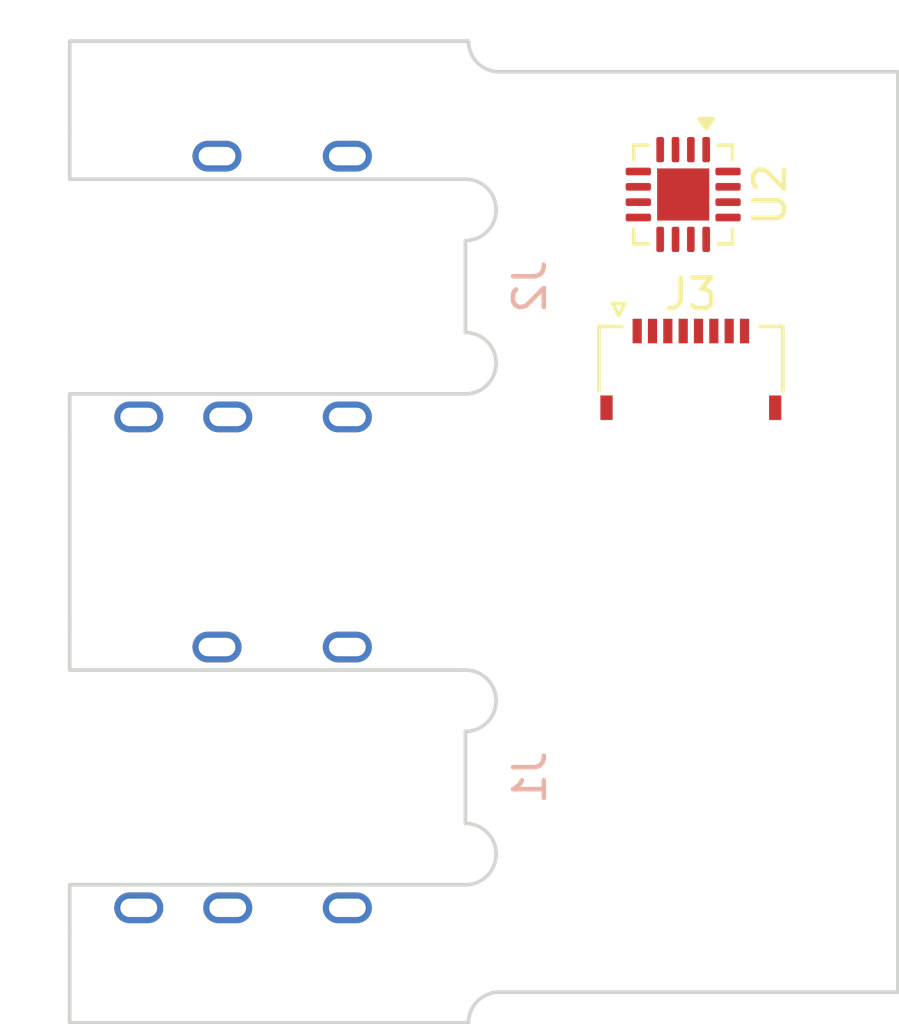
<source format=kicad_pcb>
(kicad_pcb (version 20241229) (generator "pcbnew") (generator_version "9.0")
  (layers (0 "F.Cu" signal) (2 "B.Cu" signal) (13 "F.Paste" user) (15 "B.Paste" user) (5 "F.SilkS" user "F.Silkscreen") (7 "B.SilkS" user "B.Silkscreen") (1 "F.Mask" user) (3 "B.Mask" user) (25 "Edge.Cuts" user))
  (net 0 "")
  (net 1 "Net-(J1-Pad2)")
  (net 2 "GND")
  (net 3 "Net-(J1-Pad3)")
  (net 4 "+5V")
  (net 7 "+3.3V")
  (net 8 "/LCD_RS")
  (net 10 "/LCD_SDA")
  (net 11 "/LCD_CS")
  (net 12 "/LCD_SCL")
  (net 13 "/LCD_RES")
  (footprint "USER:TE_2328702-8_1x08-1MP_P0.5mm_Horizontal" (layer "F.Cu") (at 120.25 91.5)
    (property "Reference" "J3" (at 0 -4.25 0) (layer "F.SilkS"))
    (property "Value" "2328702-8")
    (fp_line (start -3 -3.2) (end -2.25 -3.2) (stroke (width 0.12)) (layer "F.SilkS"))
    (fp_line (start -3 -1.1) (end -3 -3.2) (stroke (width 0.12)) (layer "F.SilkS"))
    (fp_line (start -2.55 -3.95) (end -2.35 -3.55) (stroke (width 0.12)) (layer "F.SilkS"))
    (fp_line (start -2.35 -3.55) (end -2.15 -3.95) (stroke (width 0.12)) (layer "F.SilkS"))
    (fp_line (start -2.15 -3.95) (end -2.55 -3.95) (stroke (width 0.12)) (layer "F.SilkS"))
    (fp_line (start 2.25 -3.2) (end 3 -3.2) (stroke (width 0.12)) (layer "F.SilkS"))
    (fp_line (start 3 -1.1) (end 3 -3.2) (stroke (width 0.12)) (layer "F.SilkS"))
    (pad "1" smd rect (at -1.75 -3.05) (size 0.3 0.8) (layers "F.Cu" "F.Mask" "F.Paste"))
    (pad "2" smd rect (at -1.25 -3.05) (size 0.3 0.8) (layers "F.Cu" "F.Mask" "F.Paste") (net 2 "GND"))
    (pad "3" smd rect (at -0.75 -3.05) (size 0.3 0.8) (layers "F.Cu" "F.Mask" "F.Paste") (net 13 "/LCD_RES"))
    (pad "4" smd rect (at -0.25 -3.05) (size 0.3 0.8) (layers "F.Cu" "F.Mask" "F.Paste") (net 8 "/LCD_RS"))
    (pad "5" smd rect (at 0.25 -3.05) (size 0.3 0.8) (layers "F.Cu" "F.Mask" "F.Paste") (net 12 "/LCD_SCL"))
    (pad "6" smd rect (at 0.75 -3.05) (size 0.3 0.8) (layers "F.Cu" "F.Mask" "F.Paste") (net 10 "/LCD_SDA"))
    (pad "7" smd rect (at 1.25 -3.05) (size 0.3 0.8) (layers "F.Cu" "F.Mask" "F.Paste") (net 7 "+3.3V"))
    (pad "8" smd rect (at 1.75 -3.05) (size 0.3 0.8) (layers "F.Cu" "F.Mask" "F.Paste") (net 11 "/LCD_CS"))
    (pad "MP" smd rect (at -2.75 -0.55) (size 0.4 0.8) (layers "F.Cu" "F.Mask" "F.Paste") (net 2 "GND"))
    (pad "MP" smd rect (at 2.75 -0.55) (size 0.4 0.8) (layers "F.Cu" "F.Mask" "F.Paste") (net 2 "GND"))
  )
  (footprint "Package_DFN_QFN:QFN-16-1EP_3x3mm_P0.5mm_EP1.7x1.7mm" (layer "F.Cu") (at 120 84 -90)
    (property "Reference" "U2" (at 0 -2.83 90) (layer "F.SilkS"))
    (property "Value" "PY32F002AW15U")
    (fp_line (start -1.61 1.61) (end -1.61 1.135) (stroke (width 0.12)) (layer "F.SilkS"))
    (fp_line (start -1.135 1.61) (end -1.61 1.61) (stroke (width 0.12)) (layer "F.SilkS"))
    (fp_line (start 1.61 1.61) (end 1.135 1.61) (stroke (width 0.12)) (layer "F.SilkS"))
    (fp_line (start 1.61 1.135) (end 1.61 1.61) (stroke (width 0.12)) (layer "F.SilkS"))
    (fp_line (start -1.61 -1.135) (end -1.61 -1.61) (stroke (width 0.12)) (layer "F.SilkS"))
    (fp_line (start -1.61 -1.61) (end -1.135 -1.61) (stroke (width 0.12)) (layer "F.SilkS"))
    (fp_line (start 1.135 -1.61) (end 1.61 -1.61) (stroke (width 0.12)) (layer "F.SilkS"))
    (fp_line (start 1.61 -1.61) (end 1.61 -1.135) (stroke (width 0.12)) (layer "F.SilkS"))
    (fp_poly (pts (xy -2.14 -0.75) (xy -2.47 -0.51) (xy -2.47 -0.99)) (stroke (width 0.12)) (fill yes) (layer "F.SilkS"))
    (pad "1" smd roundrect (at -1.4625 -0.75 270) (size 0.825 0.25) (layers "F.Cu" "F.Mask" "F.Paste"))
    (pad "2" smd roundrect (at -1.4625 -0.25 270) (size 0.825 0.25) (layers "F.Cu" "F.Mask" "F.Paste"))
    (pad "3" smd roundrect (at -1.4625 0.25 270) (size 0.825 0.25) (layers "F.Cu" "F.Mask" "F.Paste"))
    (pad "4" smd roundrect (at -1.4625 0.75 270) (size 0.825 0.25) (layers "F.Cu" "F.Mask" "F.Paste"))
    (pad "5" smd roundrect (at -0.75 1.4625 270) (size 0.25 0.825) (layers "F.Cu" "F.Mask" "F.Paste"))
    (pad "6" smd roundrect (at -0.25 1.4625 270) (size 0.25 0.825) (layers "F.Cu" "F.Mask" "F.Paste"))
    (pad "7" smd roundrect (at 0.25 1.4625 270) (size 0.25 0.825) (layers "F.Cu" "F.Mask" "F.Paste"))
    (pad "8" smd roundrect (at 0.75 1.4625 270) (size 0.25 0.825) (layers "F.Cu" "F.Mask" "F.Paste"))
    (pad "9" smd roundrect (at 1.4625 0.75 270) (size 0.825 0.25) (layers "F.Cu" "F.Mask" "F.Paste"))
    (pad "10" smd roundrect (at 1.4625 0.25 270) (size 0.825 0.25) (layers "F.Cu" "F.Mask" "F.Paste") (net 11 "/LCD_CS"))
    (pad "11" smd roundrect (at 1.4625 -0.25 270) (size 0.825 0.25) (layers "F.Cu" "F.Mask" "F.Paste") (net 12 "/LCD_SCL"))
    (pad "12" smd roundrect (at 1.4625 -0.75 270) (size 0.825 0.25) (layers "F.Cu" "F.Mask" "F.Paste") (net 13 "/LCD_RES"))
    (pad "13" smd roundrect (at 0.75 -1.4625 270) (size 0.25 0.825) (layers "F.Cu" "F.Mask" "F.Paste") (net 10 "/LCD_SDA"))
    (pad "14" smd roundrect (at 0.25 -1.4625 270) (size 0.25 0.825) (layers "F.Cu" "F.Mask" "F.Paste"))
    (pad "15" smd roundrect (at -0.25 -1.4625 270) (size 0.25 0.825) (layers "F.Cu" "F.Mask" "F.Paste") (net 7 "+3.3V"))
    (pad "16" smd roundrect (at -0.75 -1.4625 270) (size 0.25 0.825) (layers "F.Cu" "F.Mask" "F.Paste") (net 8 "/LCD_RS"))
    (pad "17" smd rect (at 0 0 270) (size 1.7 1.7) (property pad_prop_heatsink) (layers "F.Cu" "F.Mask") (net 2 "GND"))
  )
  (footprint "USER:XB-PJ-1837" (layer "B.Cu") (at 100 87 -90)
    (property "Reference" "J2" (at 0 -15 90) (layer "B.SilkS") (effects (justify mirror)))
    (property "Value" "AudioJack4_SwitchT1")
    (fp_line (start -5 0) (end -3.5 0) (stroke (width 0.12)) (layer "Edge.Cuts"))
    (fp_line (start -3.5 0) (end -3.5 -12.9) (stroke (width 0.12)) (layer "Edge.Cuts"))
    (fp_line (start 3.5 0) (end 5 0) (stroke (width 0.12)) (layer "Edge.Cuts"))
    (fp_line (start 3.5 0) (end 3.5 -12.9) (stroke (width 0.12)) (layer "Edge.Cuts"))
    (fp_line (start 1.5 -12.9) (end -1.5 -12.9) (stroke (width 0.12)) (layer "Edge.Cuts"))
    (fp_arc (start -3.5 -12.9) (mid -2.5 -13.9) (end -1.5 -12.9) (stroke (width 0.12)) (layer "Edge.Cuts"))
    (fp_arc (start 1.5 -12.9) (mid 2.5 -13.9) (end 3.5 -12.9) (stroke (width 0.12)) (layer "Edge.Cuts"))
    (pad "1" thru_hole oval (at -4.25 -4.8 270) (size 1 1.6) (drill oval 0.6 1.2) (layers "*.Cu" "*.Mask") (net 2 "GND"))
    (pad "2" thru_hole oval (at 4.25 -2.25 270) (size 1 1.6) (drill oval 0.6 1.2) (layers "*.Cu" "*.Mask") (net 1 "Net-(J1-Pad2)"))
    (pad "3" thru_hole oval (at 4.25 -5.15 270) (size 1 1.6) (drill oval 0.6 1.2) (layers "*.Cu" "*.Mask") (net 3 "Net-(J1-Pad3)"))
    (pad "4" thru_hole oval (at 4.25 -9.05 270) (size 1 1.6) (drill oval 0.6 1.2) (layers "*.Cu" "*.Mask") (net 4 "+5V"))
    (pad "5" thru_hole oval (at -4.25 -9.05 270) (size 1 1.6) (drill oval 0.6 1.2) (layers "*.Cu" "*.Mask"))
  )
  (footprint "USER:XB-PJ-1837" (layer "B.Cu") (at 100 103 -90)
    (property "Reference" "J1" (at 0 -15 90) (layer "B.SilkS") (effects (justify mirror)))
    (property "Value" "AudioJack4_SwitchT1")
    (fp_line (start -5 0) (end -3.5 0) (stroke (width 0.12)) (layer "Edge.Cuts"))
    (fp_line (start -3.5 0) (end -3.5 -12.9) (stroke (width 0.12)) (layer "Edge.Cuts"))
    (fp_line (start 3.5 0) (end 5 0) (stroke (width 0.12)) (layer "Edge.Cuts"))
    (fp_line (start 3.5 0) (end 3.5 -12.9) (stroke (width 0.12)) (layer "Edge.Cuts"))
    (fp_line (start 1.5 -12.9) (end -1.5 -12.9) (stroke (width 0.12)) (layer "Edge.Cuts"))
    (fp_arc (start -3.5 -12.9) (mid -2.5 -13.9) (end -1.5 -12.9) (stroke (width 0.12)) (layer "Edge.Cuts"))
    (fp_arc (start 1.5 -12.9) (mid 2.5 -13.9) (end 3.5 -12.9) (stroke (width 0.12)) (layer "Edge.Cuts"))
    (pad "1" thru_hole oval (at -4.25 -4.8 270) (size 1 1.6) (drill oval 0.6 1.2) (layers "*.Cu" "*.Mask") (net 2 "GND"))
    (pad "2" thru_hole oval (at 4.25 -2.25 270) (size 1 1.6) (drill oval 0.6 1.2) (layers "*.Cu" "*.Mask") (net 1 "Net-(J1-Pad2)"))
    (pad "3" thru_hole oval (at 4.25 -5.15 270) (size 1 1.6) (drill oval 0.6 1.2) (layers "*.Cu" "*.Mask") (net 3 "Net-(J1-Pad3)"))
    (pad "4" thru_hole oval (at 4.25 -9.05 270) (size 1 1.6) (drill oval 0.6 1.2) (layers "*.Cu" "*.Mask") (net 4 "+5V"))
    (pad "5" thru_hole oval (at -4.25 -9.05 270) (size 1 1.6) (drill oval 0.6 1.2) (layers "*.Cu" "*.Mask"))
  )
  (gr_line (start 114 80) (end 127 80) (stroke (width 0.12)) (layer "Edge.Cuts"))
  (gr_line (start 100 108) (end 100 111) (stroke (width 0.12)) (layer "Edge.Cuts"))
  (gr_arc (start 113 111) (mid 113.292893 110.292893) (end 114 110) (stroke (width 0.12)) (layer "Edge.Cuts"))
  (gr_line (start 100 82) (end 100 79) (stroke (width 0.12)) (layer "Edge.Cuts"))
  (gr_line (start 127 110) (end 127 80) (stroke (width 0.12)) (layer "Edge.Cuts"))
  (gr_line (start 114 110) (end 127 110) (stroke (width 0.12)) (layer "Edge.Cuts"))
  (gr_line (start 100 79) (end 113 79) (stroke (width 0.12)) (layer "Edge.Cuts"))
  (gr_arc (start 113.999999 80) (mid 113.292892 79.707107) (end 112.999999 79) (stroke (width 0.12)) (layer "Edge.Cuts"))
  (gr_line (start 100 111) (end 113 111) (stroke (width 0.12)) (layer "Edge.Cuts"))
  (gr_line (start 100 98) (end 100 92) (stroke (width 0.12)) (layer "Edge.Cuts"))
)
</source>
